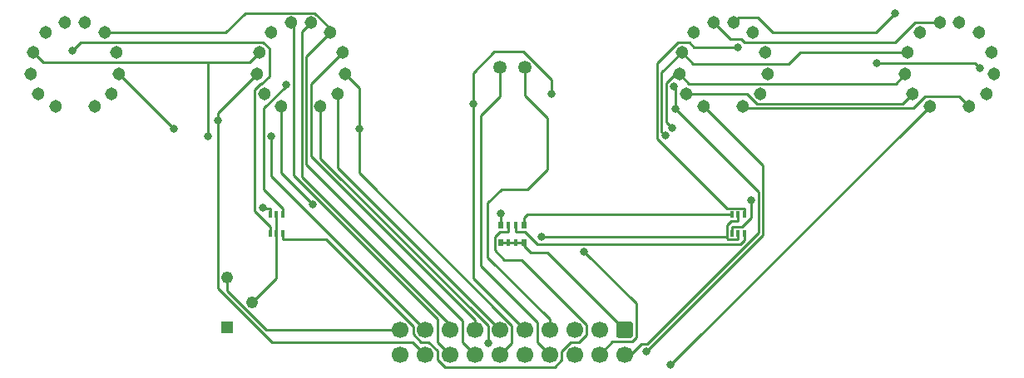
<source format=gbl>
G04 #@! TF.GenerationSoftware,KiCad,Pcbnew,(5.1.7)-1*
G04 #@! TF.CreationDate,2021-11-14T23:49:46-06:00*
G04 #@! TF.ProjectId,in8-2-socket,696e382d-322d-4736-9f63-6b65742e6b69,rev?*
G04 #@! TF.SameCoordinates,Original*
G04 #@! TF.FileFunction,Copper,L2,Bot*
G04 #@! TF.FilePolarity,Positive*
%FSLAX46Y46*%
G04 Gerber Fmt 4.6, Leading zero omitted, Abs format (unit mm)*
G04 Created by KiCad (PCBNEW (5.1.7)-1) date 2021-11-14 23:49:46*
%MOMM*%
%LPD*%
G01*
G04 APERTURE LIST*
G04 #@! TA.AperFunction,ComponentPad*
%ADD10C,1.305560*%
G04 #@! TD*
G04 #@! TA.AperFunction,WasherPad*
%ADD11C,1.305560*%
G04 #@! TD*
G04 #@! TA.AperFunction,ComponentPad*
%ADD12C,1.700000*%
G04 #@! TD*
G04 #@! TA.AperFunction,ComponentPad*
%ADD13C,1.346200*%
G04 #@! TD*
G04 #@! TA.AperFunction,ComponentPad*
%ADD14R,1.222000X1.222000*%
G04 #@! TD*
G04 #@! TA.AperFunction,ComponentPad*
%ADD15C,1.222000*%
G04 #@! TD*
G04 #@! TA.AperFunction,SMDPad,CuDef*
%ADD16R,0.500000X0.800000*%
G04 #@! TD*
G04 #@! TA.AperFunction,SMDPad,CuDef*
%ADD17R,0.400000X0.800000*%
G04 #@! TD*
G04 #@! TA.AperFunction,SMDPad,CuDef*
%ADD18R,0.400000X0.650000*%
G04 #@! TD*
G04 #@! TA.AperFunction,ViaPad*
%ADD19C,0.800000*%
G04 #@! TD*
G04 #@! TA.AperFunction,Conductor*
%ADD20C,0.250000*%
G04 #@! TD*
G04 APERTURE END LIST*
D10*
X202506020Y-103003160D03*
X200006660Y-99754500D03*
X200255580Y-97506600D03*
X203506780Y-94506860D03*
X205503220Y-94506860D03*
X207504740Y-95507620D03*
X208754420Y-97506600D03*
X209003340Y-99754500D03*
X208254040Y-101753480D03*
X206503980Y-103003160D03*
X200755960Y-101753480D03*
D11*
X201505260Y-95507620D03*
X112500260Y-95502420D03*
D10*
X111750960Y-101748280D03*
X117498980Y-102997960D03*
X119249040Y-101748280D03*
X119998340Y-99749300D03*
X119749420Y-97501400D03*
X118499740Y-95502420D03*
X116498220Y-94501660D03*
X114501780Y-94501660D03*
X111250580Y-97501400D03*
X111001660Y-99749300D03*
X113501020Y-102997960D03*
X136501020Y-102997960D03*
X134001660Y-99749300D03*
X134250580Y-97501400D03*
X137501780Y-94501660D03*
X139498220Y-94501660D03*
X141499740Y-95502420D03*
X142749420Y-97501400D03*
X142998340Y-99749300D03*
X142249040Y-101748280D03*
X140498980Y-102997960D03*
X134750960Y-101748280D03*
D11*
X135500260Y-95502420D03*
D10*
X179506020Y-103003160D03*
X177006660Y-99754500D03*
X177255580Y-97506600D03*
X180506780Y-94506860D03*
X182503220Y-94506860D03*
X184504740Y-95507620D03*
X185754420Y-97506600D03*
X186003340Y-99754500D03*
X185254040Y-101753480D03*
X183503980Y-103003160D03*
X177755960Y-101753480D03*
D11*
X178505260Y-95507620D03*
D12*
X148570000Y-128330000D03*
X151110000Y-128330000D03*
X153650000Y-128330000D03*
X156190000Y-128330000D03*
X158730000Y-128330000D03*
X161270000Y-128330000D03*
X163810000Y-128330000D03*
X166350000Y-128330000D03*
X168890000Y-128330000D03*
X171430000Y-128330000D03*
X148570000Y-125790000D03*
X151110000Y-125790000D03*
X153650000Y-125790000D03*
X156190000Y-125790000D03*
X158730000Y-125790000D03*
X161270000Y-125790000D03*
X163810000Y-125790000D03*
X166350000Y-125790000D03*
X168890000Y-125790000D03*
G04 #@! TA.AperFunction,ComponentPad*
G36*
G01*
X172030000Y-126640000D02*
X170830000Y-126640000D01*
G75*
G02*
X170580000Y-126390000I0J250000D01*
G01*
X170580000Y-125190000D01*
G75*
G02*
X170830000Y-124940000I250000J0D01*
G01*
X172030000Y-124940000D01*
G75*
G02*
X172280000Y-125190000I0J-250000D01*
G01*
X172280000Y-126390000D01*
G75*
G02*
X172030000Y-126640000I-250000J0D01*
G01*
G37*
G04 #@! TD.AperFunction*
D13*
X161270000Y-99000000D03*
X158730000Y-99000000D03*
D14*
X131000000Y-125540000D03*
D15*
X133540000Y-123000000D03*
X131000000Y-120460000D03*
D16*
X161200000Y-116900000D03*
D17*
X159600000Y-116900000D03*
X160400000Y-116900000D03*
D16*
X158800000Y-116900000D03*
D17*
X160400000Y-115100000D03*
D16*
X161200000Y-115100000D03*
D17*
X159600000Y-115100000D03*
D16*
X158800000Y-115100000D03*
D18*
X136650000Y-115950000D03*
X135350000Y-115950000D03*
X136000000Y-114050000D03*
X136000000Y-115950000D03*
X135350000Y-114050000D03*
X136650000Y-114050000D03*
X182350000Y-114050000D03*
X183650000Y-114050000D03*
X183000000Y-115950000D03*
X183000000Y-114050000D03*
X183650000Y-115950000D03*
X182350000Y-115950000D03*
D19*
X176617200Y-103281000D03*
X176431800Y-101011100D03*
X207610000Y-99120000D03*
X197100000Y-98610000D03*
X176259700Y-105254300D03*
X130040500Y-104498700D03*
X125548700Y-105299700D03*
X144414900Y-105299700D03*
X157544600Y-127154600D03*
X129056600Y-106100800D03*
X175569500Y-106002700D03*
X135479800Y-106100800D03*
X199000000Y-93500000D03*
X164006900Y-101753500D03*
X156017400Y-102730000D03*
X162974000Y-116324000D03*
X134629000Y-113329000D03*
X158800000Y-113961000D03*
X184320400Y-112578300D03*
X182930900Y-96973600D03*
X137008000Y-100807300D03*
X115266900Y-97316800D03*
X176120900Y-129388300D03*
X139689000Y-112987300D03*
X167328700Y-117798400D03*
X173631100Y-127971900D03*
D20*
X171430000Y-128330000D02*
X172066800Y-128330000D01*
X172066800Y-128330000D02*
X173150200Y-127246600D01*
X173150200Y-127246600D02*
X173719500Y-127246600D01*
X173719500Y-127246600D02*
X185045700Y-115920400D01*
X185045700Y-115920400D02*
X185045700Y-111709500D01*
X185045700Y-111709500D02*
X176617200Y-103281000D01*
X176617200Y-103281000D02*
X176617200Y-101196500D01*
X176617200Y-101196500D02*
X176431800Y-101011100D01*
X207610000Y-99120000D02*
X207100000Y-98610000D01*
X207100000Y-98610000D02*
X197100000Y-98610000D01*
X163810000Y-128330000D02*
X162550000Y-127070000D01*
X162550000Y-127070000D02*
X162550000Y-125060000D01*
X162550000Y-125060000D02*
X156790000Y-119300000D01*
X156790000Y-119300000D02*
X156790000Y-103920000D01*
X158730000Y-101980000D02*
X158730000Y-99000000D01*
X156790000Y-103920000D02*
X158730000Y-101980000D01*
X161270000Y-99000000D02*
X161270000Y-101940000D01*
X161270000Y-101940000D02*
X163560000Y-104230000D01*
X163560000Y-104230000D02*
X163560000Y-109420000D01*
X163560000Y-109420000D02*
X161530000Y-111450000D01*
X161530000Y-111450000D02*
X158930000Y-111450000D01*
X158930000Y-111450000D02*
X157510000Y-112870000D01*
X157510000Y-112870000D02*
X157510000Y-118400000D01*
X163810000Y-124700000D02*
X163810000Y-125790000D01*
X157510000Y-118400000D02*
X163810000Y-124700000D01*
X177006700Y-99754500D02*
X176576500Y-99754500D01*
X176576500Y-99754500D02*
X175667600Y-100663400D01*
X175667600Y-100663400D02*
X175667600Y-104662200D01*
X175667600Y-104662200D02*
X176259700Y-105254300D01*
X130040500Y-104498700D02*
X130040500Y-103710500D01*
X130040500Y-103710500D02*
X134001700Y-99749300D01*
X151110000Y-128330000D02*
X149840000Y-127060000D01*
X149840000Y-127060000D02*
X135557900Y-127060000D01*
X135557900Y-127060000D02*
X130040500Y-121542600D01*
X130040500Y-121542600D02*
X130040500Y-104498700D01*
X177006700Y-99754500D02*
X177984900Y-100732700D01*
X177984900Y-100732700D02*
X199028500Y-100732700D01*
X199028500Y-100732700D02*
X200006700Y-99754500D01*
X153650000Y-128330000D02*
X152380100Y-127060100D01*
X152380100Y-127060100D02*
X152380100Y-124652600D01*
X152380100Y-124652600D02*
X137744500Y-110017000D01*
X137744500Y-110017000D02*
X137744500Y-94744400D01*
X137744500Y-94744400D02*
X137501800Y-94501700D01*
X203506800Y-94506900D02*
X200970700Y-94506900D01*
X200970700Y-94506900D02*
X198949200Y-96528400D01*
X198949200Y-96528400D02*
X183600700Y-96528400D01*
X183600700Y-96528400D02*
X183276000Y-96203700D01*
X183276000Y-96203700D02*
X182203600Y-96203700D01*
X182203600Y-96203700D02*
X180506800Y-94506900D01*
X141499700Y-95502400D02*
X139047900Y-97954200D01*
X139047900Y-97954200D02*
X139047900Y-108966200D01*
X139047900Y-108966200D02*
X154920000Y-124838300D01*
X154920000Y-124838300D02*
X154920000Y-127060000D01*
X154920000Y-127060000D02*
X156190000Y-128330000D01*
X118499700Y-95502400D02*
X130822600Y-95502400D01*
X130822600Y-95502400D02*
X132816700Y-93508300D01*
X132816700Y-93508300D02*
X139910300Y-93508300D01*
X139910300Y-93508300D02*
X141499700Y-95097700D01*
X141499700Y-95097700D02*
X141499700Y-95502400D01*
X158730000Y-128330000D02*
X159945300Y-127114700D01*
X159945300Y-127114700D02*
X159945300Y-125339700D01*
X159945300Y-125339700D02*
X144414900Y-109809300D01*
X144414900Y-109809300D02*
X144414900Y-105299700D01*
X144414900Y-105299700D02*
X144414900Y-101165900D01*
X144414900Y-101165900D02*
X142998300Y-99749300D01*
X119998300Y-99749300D02*
X125548700Y-105299700D01*
X140499000Y-102998000D02*
X140499000Y-108320200D01*
X140499000Y-108320200D02*
X157544600Y-125365800D01*
X157544600Y-125365800D02*
X157544600Y-127154600D01*
X206504000Y-103003200D02*
X205525000Y-102024200D01*
X205525000Y-102024200D02*
X202056600Y-102024200D01*
X202056600Y-102024200D02*
X200856900Y-103223900D01*
X200856900Y-103223900D02*
X183724700Y-103223900D01*
X183724700Y-103223900D02*
X183504000Y-103003200D01*
X168714100Y-123074000D02*
X171430000Y-125790000D01*
X161200000Y-116900000D02*
X161200000Y-117263000D01*
X161200000Y-117263000D02*
X161892000Y-117954000D01*
X161892000Y-117954000D02*
X163594000Y-117954000D01*
X163594000Y-117954000D02*
X168714100Y-123074000D01*
X159600000Y-116900000D02*
X160400000Y-116900000D01*
X158800000Y-116900000D02*
X159600000Y-116900000D01*
X160400000Y-116900000D02*
X161200000Y-116900000D01*
X148570000Y-125790000D02*
X134981000Y-125790000D01*
X134981000Y-125790000D02*
X131000000Y-121809000D01*
X131000000Y-121809000D02*
X131000000Y-120460000D01*
X129056600Y-98492400D02*
X133259600Y-98492400D01*
X133259600Y-98492400D02*
X134250600Y-97501400D01*
X111250600Y-97501400D02*
X112241600Y-98492400D01*
X112241600Y-98492400D02*
X129056600Y-98492400D01*
X129056600Y-98492400D02*
X129056600Y-106100800D01*
X151110000Y-125790000D02*
X135479800Y-110159800D01*
X135479800Y-110159800D02*
X135479800Y-106100800D01*
X175217300Y-105650500D02*
X175569500Y-106002700D01*
X177255600Y-97506600D02*
X175217300Y-99544900D01*
X178429000Y-98680000D02*
X177255600Y-97506600D01*
X188150000Y-98680000D02*
X178429000Y-98680000D01*
X175217300Y-99544900D02*
X175217300Y-105650500D01*
X189323400Y-97506600D02*
X188150000Y-98680000D01*
X200255580Y-97506600D02*
X189323400Y-97506600D01*
X153650000Y-125790000D02*
X153650000Y-125285600D01*
X153650000Y-125285600D02*
X138597600Y-110233200D01*
X138597600Y-110233200D02*
X138597600Y-95402300D01*
X138597600Y-95402300D02*
X139498200Y-94501700D01*
X183010080Y-94000000D02*
X182503220Y-94506860D01*
X186500000Y-95500000D02*
X185000000Y-94000000D01*
X197000000Y-95500000D02*
X186500000Y-95500000D01*
X185000000Y-94000000D02*
X183010080Y-94000000D01*
X199000000Y-93500000D02*
X197000000Y-95500000D01*
X142749400Y-97501400D02*
X139498200Y-100752600D01*
X139498200Y-100752600D02*
X139498200Y-108080500D01*
X139498200Y-108080500D02*
X156190000Y-124772300D01*
X156190000Y-124772300D02*
X156190000Y-125790000D01*
X158730000Y-125790000D02*
X142249000Y-109309000D01*
X142249000Y-109309000D02*
X142249000Y-101748300D01*
X156017400Y-102730000D02*
X156017400Y-99628900D01*
X156017400Y-99628900D02*
X158180900Y-97465400D01*
X158180900Y-97465400D02*
X161154400Y-97465400D01*
X161154400Y-97465400D02*
X164006900Y-100317900D01*
X164006900Y-100317900D02*
X164006900Y-101753500D01*
X161270000Y-125790000D02*
X156017400Y-120537400D01*
X156017400Y-120537400D02*
X156017400Y-102730000D01*
X200756000Y-101753500D02*
X199735900Y-102773600D01*
X199735900Y-102773600D02*
X184875700Y-102773600D01*
X184875700Y-102773600D02*
X183855600Y-101753500D01*
X183855600Y-101753500D02*
X177756000Y-101753500D01*
X183650000Y-115950000D02*
X183650000Y-116635000D01*
X183650000Y-116635000D02*
X183215000Y-117069000D01*
X183215000Y-117069000D02*
X162528000Y-117069000D01*
X162528000Y-117069000D02*
X161284000Y-115825000D01*
X161284000Y-115825000D02*
X160400000Y-115825000D01*
X160400000Y-115825000D02*
X160400000Y-115100000D01*
X136000000Y-115950000D02*
X136000000Y-114050000D01*
X183000000Y-114050000D02*
X183000000Y-114700000D01*
X183000000Y-114700000D02*
X182277000Y-114700000D01*
X182277000Y-114700000D02*
X181824000Y-115153000D01*
X181824000Y-115153000D02*
X181824000Y-116324000D01*
X183000000Y-115950000D02*
X183000000Y-116600000D01*
X183000000Y-116600000D02*
X181960000Y-116600000D01*
X181960000Y-116600000D02*
X181824000Y-116465000D01*
X181824000Y-116465000D02*
X181824000Y-116324000D01*
X133540000Y-123000000D02*
X136000000Y-120540000D01*
X136000000Y-120540000D02*
X136000000Y-115950000D01*
X181824000Y-116324000D02*
X162974000Y-116324000D01*
X182350000Y-114050000D02*
X161525000Y-114050000D01*
X161525000Y-114050000D02*
X161200000Y-114375000D01*
X161200000Y-114375000D02*
X161200000Y-115100000D01*
X135350000Y-114050000D02*
X135350000Y-113400000D01*
X135350000Y-113400000D02*
X134700000Y-113400000D01*
X134700000Y-113400000D02*
X134629000Y-113329000D01*
X158800000Y-115100000D02*
X158800000Y-113961000D01*
X136650000Y-115950000D02*
X136650000Y-116600000D01*
X136650000Y-116600000D02*
X141047000Y-116600000D01*
X141047000Y-116600000D02*
X149905000Y-125458000D01*
X149905000Y-125458000D02*
X149905000Y-126251000D01*
X149905000Y-126251000D02*
X150714000Y-127060000D01*
X150714000Y-127060000D02*
X151506000Y-127060000D01*
X151506000Y-127060000D02*
X152380000Y-127934000D01*
X152380000Y-127934000D02*
X152380000Y-128818000D01*
X152380000Y-128818000D02*
X153129000Y-129566000D01*
X153129000Y-129566000D02*
X164298000Y-129566000D01*
X164298000Y-129566000D02*
X164985000Y-128879000D01*
X164985000Y-128879000D02*
X164985000Y-128030000D01*
X164985000Y-128030000D02*
X165956000Y-127060000D01*
X165956000Y-127060000D02*
X166759000Y-127060000D01*
X166759000Y-127060000D02*
X167530000Y-126289000D01*
X167530000Y-126289000D02*
X167530000Y-125297000D01*
X167530000Y-125297000D02*
X160936000Y-118703000D01*
X160936000Y-118703000D02*
X159215000Y-118703000D01*
X159215000Y-118703000D02*
X158218000Y-117706000D01*
X158218000Y-117706000D02*
X158218000Y-116343000D01*
X158218000Y-116343000D02*
X158736000Y-115825000D01*
X158736000Y-115825000D02*
X159600000Y-115825000D01*
X159600000Y-115825000D02*
X159600000Y-115100000D01*
X182350000Y-115950000D02*
X182350000Y-115299700D01*
X184320400Y-112578300D02*
X184320400Y-114370400D01*
X184320400Y-114370400D02*
X183391100Y-115299700D01*
X183391100Y-115299700D02*
X182350000Y-115299700D01*
X182930900Y-96973600D02*
X182930900Y-96973500D01*
X182930900Y-96973500D02*
X178502900Y-96973500D01*
X178502900Y-96973500D02*
X178053000Y-96523600D01*
X178053000Y-96523600D02*
X176833200Y-96523600D01*
X176833200Y-96523600D02*
X174767000Y-98589800D01*
X174767000Y-98589800D02*
X174767000Y-106286600D01*
X174767000Y-106286600D02*
X181880100Y-113399700D01*
X181880100Y-113399700D02*
X183650000Y-113399700D01*
X183650000Y-114050000D02*
X183650000Y-113399700D01*
X136650000Y-113399700D02*
X134740000Y-111489700D01*
X134740000Y-111489700D02*
X134740000Y-103219400D01*
X134740000Y-103219400D02*
X137008000Y-100951400D01*
X137008000Y-100951400D02*
X137008000Y-100807300D01*
X136650000Y-114050000D02*
X136650000Y-113399700D01*
X135350000Y-115950000D02*
X135350000Y-115299700D01*
X135350000Y-115299700D02*
X133767100Y-113716800D01*
X133767100Y-113716800D02*
X133767100Y-101343600D01*
X133767100Y-101343600D02*
X134340600Y-100770100D01*
X134340600Y-100770100D02*
X134440000Y-100770100D01*
X134440000Y-100770100D02*
X135262000Y-99948100D01*
X135262000Y-99948100D02*
X135262000Y-97107900D01*
X135262000Y-97107900D02*
X134634700Y-96480600D01*
X134634700Y-96480600D02*
X116103100Y-96480600D01*
X116103100Y-96480600D02*
X115266900Y-97316800D01*
X202506000Y-103003200D02*
X176120900Y-129388300D01*
X168890000Y-128330000D02*
X170198500Y-127021500D01*
X170198500Y-127021500D02*
X172218100Y-127021500D01*
X172218100Y-127021500D02*
X172640900Y-126598700D01*
X172640900Y-126598700D02*
X172640900Y-123110600D01*
X172640900Y-123110600D02*
X167328700Y-117798400D01*
X139689000Y-112987300D02*
X136501000Y-109799300D01*
X136501000Y-109799300D02*
X136501000Y-102998000D01*
X173631100Y-127971900D02*
X185496000Y-116107000D01*
X185496000Y-116107000D02*
X185496000Y-108993200D01*
X185496000Y-108993200D02*
X179506000Y-103003200D01*
M02*

</source>
